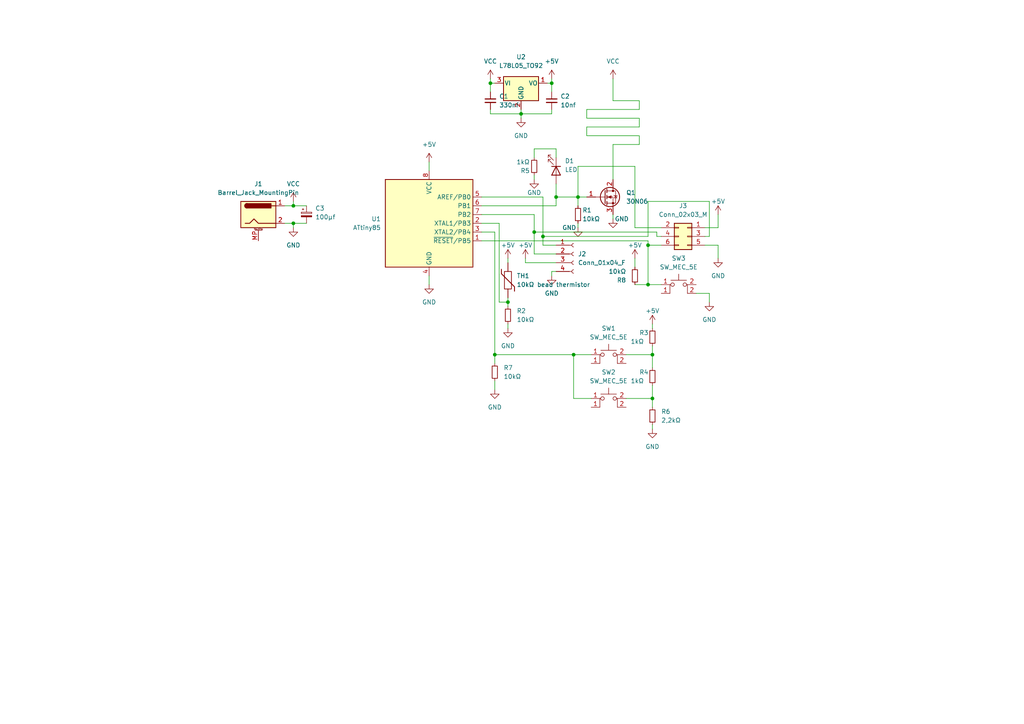
<source format=kicad_sch>
(kicad_sch (version 20211123) (generator eeschema)
  (paper "A4")
  (lib_symbols
    (symbol "Connector:Barrel_Jack_MountingPin" (pin_names hide)
      (property "Reference" "J" (at 0 5.334 0))
      (property "Value" "Barrel_Jack_MountingPin" (at 1.27 -6.35 0))
      (symbol "Barrel_Jack_MountingPin_0_1"
        (rectangle (start -5.08 3.81) (end 5.08 -3.81) (stroke (width 0.254)) (fill (type background)))
        (arc (start -3.302 3.175) (mid -3.937 2.54) (end -3.302 1.905) (stroke (width 0.254)))
        (arc (start -3.302 3.175) (mid -3.937 2.54) (end -3.302 1.905) (stroke (width 0.254)) (fill (type outline)))
        (polyline (pts (xy 5.08 2.54) (xy 3.81 2.54)) (stroke (width 0.254)))
        (polyline (pts (xy -3.81 -2.54) (xy -2.54 -2.54) (xy -1.27 -1.27) (xy 0 -2.54) (xy 2.54 -2.54) (xy 5.08 -2.54)) (stroke (width 0.254)))
        (rectangle (start 3.683 3.175) (end -3.302 1.905) (stroke (width 0.254)) (fill (type outline)))
      )
      (symbol "Barrel_Jack_MountingPin_1_1"
        (polyline (pts (xy -1.016 -4.572) (xy 1.016 -4.572)) (stroke (width 0.1524)))
        (text "Mounting" (at 0 -4.191 0) (effects (font (size 0.381 0.381))))
        (pin passive line (at 7.62 2.54 180) (length 2.54) (name "~") (number "1"))
        (pin passive line (at 7.62 -2.54 180) (length 2.54) (name "~") (number "2"))
        (pin passive line (at 0 -7.62 90) (length 3.048) (name "MountPin") (number "MP"))
      )
    )
    (symbol "Connector:Conn_01x04_Female" (pin_names (offset 1.016) hide)
      (property "Reference" "J" (at 0 5.08 0))
      (property "Value" "Conn_01x04_Female" (at 0 -7.62 0))
      (symbol "Conn_01x04_Female_1_1"
        (arc (start 0 -4.572) (mid -0.508 -5.08) (end 0 -5.588) (stroke (width 0.1524)))
        (arc (start 0 -2.032) (mid -0.508 -2.54) (end 0 -3.048) (stroke (width 0.1524)))
        (polyline (pts (xy -1.27 -5.08) (xy -0.508 -5.08)) (stroke (width 0.1524)))
        (polyline (pts (xy -1.27 -2.54) (xy -0.508 -2.54)) (stroke (width 0.1524)))
        (polyline (pts (xy -1.27 0) (xy -0.508 0)) (stroke (width 0.1524)))
        (polyline (pts (xy -1.27 2.54) (xy -0.508 2.54)) (stroke (width 0.1524)))
        (arc (start 0 0.508) (mid -0.508 0) (end 0 -0.508) (stroke (width 0.1524)))
        (arc (start 0 3.048) (mid -0.508 2.54) (end 0 2.032) (stroke (width 0.1524)))
        (pin passive line (at -5.08 2.54 0) (length 3.81) (name "Pin_1") (number "1"))
        (pin passive line (at -5.08 0 0) (length 3.81) (name "Pin_2") (number "2"))
        (pin passive line (at -5.08 -2.54 0) (length 3.81) (name "Pin_3") (number "3"))
        (pin passive line (at -5.08 -5.08 0) (length 3.81) (name "Pin_4") (number "4"))
      )
    )
    (symbol "Connector_Generic:Conn_02x03_Odd_Even" (pin_names (offset 1.016) hide)
      (property "Reference" "J3" (at 1.27 8.89 0))
      (property "Value" "Conn_02x03_M" (at 1.27 6.35 0))
      (symbol "Conn_02x03_Odd_Even_1_1"
        (rectangle (start -1.27 -2.413) (end 0 -2.667) (stroke (width 0.1524)))
        (rectangle (start -1.27 0.127) (end 0 -0.127) (stroke (width 0.1524)))
        (rectangle (start -1.27 2.667) (end 0 2.413) (stroke (width 0.1524)))
        (rectangle (start -1.27 3.81) (end 3.81 -3.81) (stroke (width 0.254)) (fill (type background)))
        (rectangle (start 3.81 -2.413) (end 2.54 -2.667) (stroke (width 0.1524)))
        (rectangle (start 3.81 0.127) (end 2.54 -0.127) (stroke (width 0.1524)))
        (rectangle (start 3.81 2.667) (end 2.54 2.413) (stroke (width 0.1524)))
        (pin passive line (at 7.62 2.54 180) (length 3.81) (name "Pin_1") (number "1"))
        (pin passive line (at -5.08 2.54 0) (length 3.81) (name "Pin_2") (number "2"))
        (pin passive line (at 7.62 0 180) (length 3.81) (name "Pin_3") (number "3"))
        (pin passive line (at -5.08 0 0) (length 3.81) (name "Pin_4") (number "4"))
        (pin passive line (at 7.62 -2.54 180) (length 3.81) (name "Pin_5") (number "5"))
        (pin passive line (at -5.08 -2.54 0) (length 3.81) (name "Pin_6") (number "6"))
      )
    )
    (symbol "Device:C_Polarized_Small" (pin_numbers hide) (pin_names (offset 0.254) hide)
      (property "Reference" "C" (at 0.254 1.778 0))
      (property "Value" "C_Polarized_Small" (at 0.254 -2.032 0))
      (symbol "C_Polarized_Small_0_1"
        (rectangle (start -1.524 -0.3048) (end 1.524 -0.6858) (fill (type outline)))
        (rectangle (start -1.524 0.6858) (end 1.524 0.3048))
        (polyline (pts (xy -1.27 1.524) (xy -0.762 1.524)))
        (polyline (pts (xy -1.016 1.27) (xy -1.016 1.778)))
      )
      (symbol "C_Polarized_Small_1_1"
        (pin passive line (at 0 2.54 270) (length 1.8542) (name "~") (number "1"))
        (pin passive line (at 0 -2.54 90) (length 1.8542) (name "~") (number "2"))
      )
    )
    (symbol "Device:C_Small" (pin_numbers hide) (pin_names (offset 0.254) hide)
      (property "Reference" "C" (at 0.254 1.778 0))
      (property "Value" "C_Small" (at 0.254 -2.032 0))
      (symbol "C_Small_0_1"
        (polyline (pts (xy -1.524 -0.508) (xy 1.524 -0.508)) (stroke (width 0.3302)))
        (polyline (pts (xy -1.524 0.508) (xy 1.524 0.508)) (stroke (width 0.3048)))
      )
      (symbol "C_Small_1_1"
        (pin passive line (at 0 2.54 270) (length 2.032) (name "~") (number "1"))
        (pin passive line (at 0 -2.54 90) (length 2.032) (name "~") (number "2"))
      )
    )
    (symbol "Device:LED" (pin_numbers hide) (pin_names (offset 1.016) hide)
      (property "Reference" "D" (at 0 2.54 0))
      (property "Value" "LED" (at 0 -2.54 0))
      (symbol "LED_0_1"
        (polyline (pts (xy -1.27 -1.27) (xy -1.27 1.27)) (stroke (width 0.254)))
        (polyline (pts (xy -1.27 0) (xy 1.27 0)))
        (polyline (pts (xy 1.27 -1.27) (xy 1.27 1.27) (xy -1.27 0) (xy 1.27 -1.27)) (stroke (width 0.254)))
        (polyline (pts (xy -3.048 -0.762) (xy -4.572 -2.286) (xy -3.81 -2.286) (xy -4.572 -2.286) (xy -4.572 -1.524)))
        (polyline (pts (xy -1.778 -0.762) (xy -3.302 -2.286) (xy -2.54 -2.286) (xy -3.302 -2.286) (xy -3.302 -1.524)))
      )
      (symbol "LED_1_1"
        (pin passive line (at -3.81 0 0) (length 2.54) (name "K") (number "1"))
        (pin passive line (at 3.81 0 180) (length 2.54) (name "A") (number "2"))
      )
    )
    (symbol "Device:Q_NMOS_GDS" (pin_names (offset 0) hide)
      (property "Reference" "Q" (at 5.08 1.27 0))
      (property "Value" "Q_NMOS_GDS" (at 5.08 -1.27 0))
      (symbol "Q_NMOS_GDS_0_1"
        (polyline (pts (xy 0.254 0) (xy -2.54 0)))
        (polyline (pts (xy 0.254 1.905) (xy 0.254 -1.905)) (stroke (width 0.254)))
        (polyline (pts (xy 0.762 -1.27) (xy 0.762 -2.286)) (stroke (width 0.254)))
        (polyline (pts (xy 0.762 0.508) (xy 0.762 -0.508)) (stroke (width 0.254)))
        (polyline (pts (xy 0.762 2.286) (xy 0.762 1.27)) (stroke (width 0.254)))
        (polyline (pts (xy 2.54 2.54) (xy 2.54 1.778)))
        (polyline (pts (xy 2.54 -2.54) (xy 2.54 0) (xy 0.762 0)))
        (polyline (pts (xy 0.762 -1.778) (xy 3.302 -1.778) (xy 3.302 1.778) (xy 0.762 1.778)))
        (polyline (pts (xy 1.016 0) (xy 2.032 0.381) (xy 2.032 -0.381) (xy 1.016 0)) (fill (type outline)))
        (polyline (pts (xy 2.794 0.508) (xy 2.921 0.381) (xy 3.683 0.381) (xy 3.81 0.254)))
        (polyline (pts (xy 3.302 0.381) (xy 2.921 -0.254) (xy 3.683 -0.254) (xy 3.302 0.381)))
        (circle (center 1.651 0) (radius 2.794) (stroke (width 0.254)))
        (circle (center 2.54 -1.778) (radius 0.254) (fill (type outline)))
        (circle (center 2.54 1.778) (radius 0.254) (fill (type outline)))
      )
      (symbol "Q_NMOS_GDS_1_1"
        (pin input line (at -5.08 0 0) (length 2.54) (name "G") (number "1"))
        (pin passive line (at 2.54 5.08 270) (length 2.54) (name "D") (number "2"))
        (pin passive line (at 2.54 -5.08 90) (length 2.54) (name "S") (number "3"))
      )
    )
    (symbol "Device:R_Small" (pin_numbers hide) (pin_names (offset 0.254) hide)
      (property "Reference" "R" (at 0.762 0.508 0))
      (property "Value" "R_Small" (at 0.762 -1.016 0))
      (symbol "R_Small_0_1"
        (rectangle (start -0.762 1.778) (end 0.762 -1.778) (stroke (width 0.2032)))
      )
      (symbol "R_Small_1_1"
        (pin passive line (at 0 2.54 270) (length 0.762) (name "~") (number "1"))
        (pin passive line (at 0 -2.54 90) (length 0.762) (name "~") (number "2"))
      )
    )
    (symbol "Device:Thermistor" (pin_numbers hide) (pin_names (offset 0))
      (property "Reference" "TH" (at 2.54 1.27 90))
      (property "Value" "Thermistor" (at -2.54 0 90))
      (symbol "Thermistor_0_1"
        (rectangle (start -1.016 2.54) (end 1.016 -2.54) (stroke (width 0.2032)))
        (polyline (pts (xy -1.905 3.175) (xy -1.905 1.905) (xy 1.905 -1.905) (xy 1.905 -3.175) (xy 1.905 -3.175)) (stroke (width 0.254)))
      )
      (symbol "Thermistor_1_1"
        (pin passive line (at 0 5.08 270) (length 2.54) (name "~") (number "1"))
        (pin passive line (at 0 -5.08 90) (length 2.54) (name "~") (number "2"))
      )
    )
    (symbol "MCU_Microchip_ATtiny:ATtiny85-20P"
      (property "Reference" "U" (at -12.7 13.97 0))
      (property "Value" "ATtiny85-20P" (at 2.54 -13.97 0))
      (symbol "ATtiny85-20P_0_1"
        (rectangle (start -12.7 -12.7) (end 12.7 12.7) (stroke (width 0.254)) (fill (type background)))
      )
      (symbol "ATtiny85-20P_1_1"
        (pin bidirectional line (at 15.24 -5.08 180) (length 2.54) (name "~{RESET}/PB5") (number "1"))
        (pin bidirectional line (at 15.24 0 180) (length 2.54) (name "XTAL1/PB3") (number "2"))
        (pin bidirectional line (at 15.24 -2.54 180) (length 2.54) (name "XTAL2/PB4") (number "3"))
        (pin power_in line (at 0 -15.24 90) (length 2.54) (name "GND") (number "4"))
        (pin bidirectional line (at 15.24 7.62 180) (length 2.54) (name "AREF/PB0") (number "5"))
        (pin bidirectional line (at 15.24 5.08 180) (length 2.54) (name "PB1") (number "6"))
        (pin bidirectional line (at 15.24 2.54 180) (length 2.54) (name "PB2") (number "7"))
        (pin power_in line (at 0 15.24 270) (length 2.54) (name "VCC") (number "8"))
      )
    )
    (symbol "Regulator_Linear:L78L05_TO92" (pin_names (offset 0.254))
      (property "Reference" "U" (at -3.81 3.175 0))
      (property "Value" "L78L05_TO92" (at 0 3.175 0))
      (symbol "L78L05_TO92_0_1"
        (rectangle (start -5.08 -5.08) (end 5.08 1.905) (stroke (width 0.254)) (fill (type background)))
      )
      (symbol "L78L05_TO92_1_1"
        (pin power_out line (at 7.62 0 180) (length 2.54) (name "VO") (number "1"))
        (pin power_in line (at 0 -7.62 90) (length 2.54) (name "GND") (number "2"))
        (pin power_in line (at -7.62 0 0) (length 2.54) (name "VI") (number "3"))
      )
    )
    (symbol "SW_MEC_5E_1" (pin_names (offset 1.016) hide)
      (property "Reference" "SW1" (at 0 10.16 0))
      (property "Value" "SW_MEC_5E_1" (at 0 7.62 0))
      (symbol "SW_MEC_5E_1_0_1"
        (circle (center -1.778 2.54) (radius 0.508))
        (polyline (pts (xy -2.286 3.81) (xy 2.286 3.81)))
        (polyline (pts (xy 0 3.81) (xy 0 5.588)))
        (polyline (pts (xy -2.54 0) (xy -2.54 2.54) (xy -2.286 2.54)))
        (polyline (pts (xy 2.54 0) (xy 2.54 2.54) (xy 2.286 2.54)))
        (circle (center 1.778 2.54) (radius 0.508))
        (pin passive line (at -5.08 0 0) (length 2.54) (name "1") (number "1"))
        (pin passive line (at -5.08 2.54 0) (length 2.54) (name "1") (number "1"))
        (pin passive line (at 5.08 0 180) (length 2.54) (name "2") (number "2"))
        (pin passive line (at 5.08 2.54 180) (length 2.54) (name "2") (number "2"))
      )
    )
    (symbol "Switch:SW_MEC_5E" (pin_names (offset 1.016) hide)
      (property "Reference" "SW2" (at 0 10.16 0))
      (property "Value" "SW_MEC_5E" (at 0 7.62 0))
      (symbol "SW_MEC_5E_0_1"
        (circle (center -1.778 2.54) (radius 0.508))
        (polyline (pts (xy -2.286 3.81) (xy 2.286 3.81)))
        (polyline (pts (xy 0 3.81) (xy 0 5.588)))
        (polyline (pts (xy -2.54 0) (xy -2.54 2.54) (xy -2.286 2.54)))
        (polyline (pts (xy 2.54 0) (xy 2.54 2.54) (xy 2.286 2.54)))
        (circle (center 1.778 2.54) (radius 0.508))
        (pin passive line (at -5.08 0 0) (length 2.54) (name "1") (number "1"))
        (pin passive line (at -5.08 2.54 0) (length 2.54) (name "1") (number "1"))
        (pin passive line (at 5.08 0 180) (length 2.54) (name "2") (number "2"))
        (pin passive line (at 5.08 2.54 180) (length 2.54) (name "2") (number "2"))
      )
    )
    (symbol "power:+5V" (power) (pin_names (offset 0))
      (property "Value" "+5V" (at 0 3.556 0))
      (symbol "+5V_0_1"
        (polyline (pts (xy -0.762 1.27) (xy 0 2.54)))
        (polyline (pts (xy 0 0) (xy 0 2.54)))
        (polyline (pts (xy 0 2.54) (xy 0.762 1.27)))
      )
      (symbol "+5V_1_1"
        (pin power_in line (at 0 0 90) (length 0) hide (name "+5V") (number "1"))
      )
    )
    (symbol "power:GND" (power) (pin_names (offset 0))
      (property "Value" "GND" (at 0 -3.81 0))
      (symbol "GND_0_1"
        (polyline (pts (xy 0 0) (xy 0 -1.27) (xy 1.27 -1.27) (xy 0 -2.54) (xy -1.27 -1.27) (xy 0 -1.27)))
      )
      (symbol "GND_1_1"
        (pin power_in line (at 0 0 270) (length 0) hide (name "GND") (number "1"))
      )
    )
    (symbol "power:VCC" (power) (pin_names (offset 0))
      (property "Value" "VCC" (at 0 3.81 0))
      (symbol "VCC_0_1"
        (polyline (pts (xy -0.762 1.27) (xy 0 2.54)))
        (polyline (pts (xy 0 0) (xy 0 2.54)))
        (polyline (pts (xy 0 2.54) (xy 0.762 1.27)))
      )
      (symbol "VCC_1_1"
        (pin power_in line (at 0 0 90) (length 0) hide (name "VCC") (number "1"))
      )
    )
  )
  (junction (at 166.37 102.87))
  (junction (at 142.24 24.13))
  (junction (at 157.48 68.58))
  (junction (at 147.32 87.63))
  (junction (at 189.23 115.57))
  (junction (at 187.96 82.55))
  (junction (at 151.13 33.02))
  (junction (at 154.94 67.31))
  (junction (at 85.09 64.77))
  (junction (at 187.96 71.12))
  (junction (at 167.64 57.15))
  (junction (at 143.51 102.87))
  (junction (at 189.23 102.87))
  (junction (at 160.02 24.13))
  (junction (at 161.29 57.15))
  (junction (at 85.09 59.69))
  (wire (pts (xy 190.5 68.58) (xy 190.5 67.31)))
  (wire (pts (xy 142.24 33.02) (xy 151.13 33.02)))
  (wire (pts (xy 152.4 76.2) (xy 152.4 74.93)))
  (wire (pts (xy 144.78 64.77) (xy 139.7 64.77)))
  (wire (pts (xy 205.74 58.42) (xy 205.74 68.58)))
  (wire (pts (xy 167.64 48.26) (xy 167.64 57.15)))
  (wire (pts (xy 161.29 57.15) (xy 161.29 59.69)))
  (wire (pts (xy 205.74 85.09) (xy 205.74 87.63)))
  (wire (pts (xy 124.46 80.01) (xy 124.46 82.55)))
  (wire (pts (xy 185.42 36.83) (xy 170.18 36.83)))
  (wire (pts (xy 189.23 115.57) (xy 189.23 118.11)))
  (wire (pts (xy 191.77 66.04) (xy 184.15 66.04)))
  (wire (pts (xy 161.29 73.66) (xy 154.94 73.66)))
  (wire (pts (xy 189.23 111.76) (xy 189.23 115.57)))
  (wire (pts (xy 170.18 31.75) (xy 170.18 34.29)))
  (wire (pts (xy 85.09 59.69) (xy 85.09 58.42)))
  (wire (pts (xy 205.74 68.58) (xy 204.47 68.58)))
  (wire (pts (xy 187.96 68.58) (xy 187.96 58.42)))
  (wire (pts (xy 161.29 59.69) (xy 139.7 59.69)))
  (wire (pts (xy 167.64 57.15) (xy 161.29 57.15)))
  (wire (pts (xy 170.18 36.83) (xy 170.18 39.37)))
  (wire (pts (xy 208.28 71.12) (xy 208.28 74.93)))
  (wire (pts (xy 157.48 68.58) (xy 187.96 68.58)))
  (wire (pts (xy 181.61 115.57) (xy 189.23 115.57)))
  (wire (pts (xy 204.47 66.04) (xy 208.28 66.04)))
  (wire (pts (xy 184.15 74.93) (xy 184.15 77.47)))
  (wire (pts (xy 177.8 29.21) (xy 185.42 29.21)))
  (wire (pts (xy 154.94 62.23) (xy 139.7 62.23)))
  (wire (pts (xy 187.96 71.12) (xy 187.96 82.55)))
  (wire (pts (xy 189.23 93.98) (xy 189.23 95.25)))
  (wire (pts (xy 147.32 87.63) (xy 147.32 88.9)))
  (wire (pts (xy 85.09 59.69) (xy 88.9 59.69)))
  (wire (pts (xy 189.23 123.19) (xy 189.23 124.46)))
  (wire (pts (xy 161.29 71.12) (xy 157.48 71.12)))
  (wire (pts (xy 170.18 39.37) (xy 185.42 39.37)))
  (wire (pts (xy 144.78 87.63) (xy 147.32 87.63)))
  (wire (pts (xy 185.42 31.75) (xy 170.18 31.75)))
  (wire (pts (xy 154.94 43.18) (xy 161.29 43.18)))
  (wire (pts (xy 185.42 34.29) (xy 185.42 36.83)))
  (wire (pts (xy 185.42 29.21) (xy 185.42 31.75)))
  (wire (pts (xy 189.23 102.87) (xy 189.23 106.68)))
  (wire (pts (xy 160.02 24.13) (xy 160.02 26.67)))
  (wire (pts (xy 191.77 68.58) (xy 190.5 68.58)))
  (wire (pts (xy 85.09 64.77) (xy 88.9 64.77)))
  (wire (pts (xy 143.51 102.87) (xy 143.51 105.41)))
  (wire (pts (xy 187.96 71.12) (xy 191.77 71.12)))
  (wire (pts (xy 167.64 57.15) (xy 167.64 59.69)))
  (wire (pts (xy 181.61 102.87) (xy 189.23 102.87)))
  (wire (pts (xy 171.45 115.57) (xy 166.37 115.57)))
  (wire (pts (xy 185.42 41.91) (xy 177.8 41.91)))
  (wire (pts (xy 187.96 58.42) (xy 205.74 58.42)))
  (wire (pts (xy 177.8 62.23) (xy 177.8 63.5)))
  (wire (pts (xy 204.47 71.12) (xy 208.28 71.12)))
  (wire (pts (xy 184.15 66.04) (xy 184.15 48.26)))
  (wire (pts (xy 143.51 102.87) (xy 166.37 102.87)))
  (wire (pts (xy 154.94 67.31) (xy 154.94 62.23)))
  (wire (pts (xy 208.28 66.04) (xy 208.28 62.23)))
  (wire (pts (xy 161.29 43.18) (xy 161.29 45.72)))
  (wire (pts (xy 157.48 71.12) (xy 157.48 68.58)))
  (wire (pts (xy 189.23 100.33) (xy 189.23 102.87)))
  (wire (pts (xy 177.8 22.86) (xy 177.8 29.21)))
  (wire (pts (xy 166.37 115.57) (xy 166.37 102.87)))
  (wire (pts (xy 154.94 45.72) (xy 154.94 43.18)))
  (wire (pts (xy 170.18 34.29) (xy 185.42 34.29)))
  (wire (pts (xy 139.7 69.85) (xy 187.96 69.85)))
  (wire (pts (xy 158.75 24.13) (xy 160.02 24.13)))
  (wire (pts (xy 144.78 64.77) (xy 144.78 87.63)))
  (wire (pts (xy 187.96 69.85) (xy 187.96 71.12)))
  (wire (pts (xy 160.02 31.75) (xy 160.02 33.02)))
  (wire (pts (xy 201.93 85.09) (xy 205.74 85.09)))
  (wire (pts (xy 170.18 57.15) (xy 167.64 57.15)))
  (wire (pts (xy 177.8 41.91) (xy 177.8 52.07)))
  (wire (pts (xy 160.02 80.01) (xy 160.02 78.74)))
  (wire (pts (xy 157.48 68.58) (xy 157.48 57.15)))
  (wire (pts (xy 154.94 73.66) (xy 154.94 67.31)))
  (wire (pts (xy 190.5 67.31) (xy 154.94 67.31)))
  (wire (pts (xy 184.15 48.26) (xy 167.64 48.26)))
  (wire (pts (xy 184.15 82.55) (xy 187.96 82.55)))
  (wire (pts (xy 82.55 59.69) (xy 85.09 59.69)))
  (wire (pts (xy 147.32 86.36) (xy 147.32 87.63)))
  (wire (pts (xy 167.64 64.77) (xy 167.64 66.04)))
  (wire (pts (xy 161.29 76.2) (xy 152.4 76.2)))
  (wire (pts (xy 154.94 50.8) (xy 154.94 52.07)))
  (wire (pts (xy 143.51 67.31) (xy 139.7 67.31)))
  (wire (pts (xy 160.02 78.74) (xy 161.29 78.74)))
  (wire (pts (xy 160.02 24.13) (xy 160.02 22.86)))
  (wire (pts (xy 147.32 93.98) (xy 147.32 95.25)))
  (wire (pts (xy 143.51 110.49) (xy 143.51 113.03)))
  (wire (pts (xy 151.13 31.75) (xy 151.13 33.02)))
  (wire (pts (xy 142.24 24.13) (xy 142.24 22.86)))
  (wire (pts (xy 157.48 57.15) (xy 139.7 57.15)))
  (wire (pts (xy 85.09 64.77) (xy 85.09 66.04)))
  (wire (pts (xy 143.51 24.13) (xy 142.24 24.13)))
  (wire (pts (xy 166.37 102.87) (xy 171.45 102.87)))
  (wire (pts (xy 187.96 82.55) (xy 191.77 82.55)))
  (wire (pts (xy 143.51 67.31) (xy 143.51 102.87)))
  (wire (pts (xy 124.46 46.99) (xy 124.46 49.53)))
  (wire (pts (xy 160.02 33.02) (xy 151.13 33.02)))
  (wire (pts (xy 185.42 39.37) (xy 185.42 41.91)))
  (wire (pts (xy 142.24 24.13) (xy 142.24 26.67)))
  (wire (pts (xy 147.32 74.93) (xy 147.32 76.2)))
  (wire (pts (xy 161.29 53.34) (xy 161.29 57.15)))
  (wire (pts (xy 142.24 31.75) (xy 142.24 33.02)))
  (wire (pts (xy 151.13 33.02) (xy 151.13 34.29)))
  (wire (pts (xy 82.55 64.77) (xy 85.09 64.77)))
  (symbol (lib_id "Device:R_Small") (at 167.64 62.23 0) (unit 1)
    (property "Reference" "R1" (at 168.91 60.96 0) (effects (justify left)))
    (property "Value" "10kΩ" (at 168.91 63.5 0) (effects (justify left)))
    (property "Footprint" "Resistor_THT:R_Axial_DIN0207_L6.3mm_D2.5mm_P7.62mm_Horizontal" (effects hide))
  )
  (symbol (lib_id "power:GND") (at 189.23 124.46 0) (unit 1)
    (property "Reference" "#PWR0113" (effects hide))
    (property "Value" "GND" (at 189.23 129.54 0))
  )
  (symbol (lib_id "Device:R_Small") (at 189.23 109.22 0) (unit 1)
    (property "Reference" "R4" (at 185.42 107.95 0) (effects (justify left)))
    (property "Value" "1kΩ" (at 182.88 110.49 0) (effects (justify left)))
    (property "Footprint" "Resistor_THT:R_Axial_DIN0207_L6.3mm_D2.5mm_P7.62mm_Horizontal" (effects hide))
  )
  (symbol (lib_id "Switch:SW_MEC_5E") (at 196.85 85.09 0) (unit 1)
    (property "Reference" "SW3" (at 196.85 74.93 0))
    (property "Value" "SW_MEC_5E" (at 196.85 77.47 0))
    (property "Footprint" "Button_Switch_THT:SW_PUSH_6mm_H4.3mm" (effects hide))
    (property "Datasheet" "http://www.apem.com/int/index.php?controller=attachment&id_attachment=1371" (effects hide))
  )
  (symbol (lib_id "power:+5V") (at 160.02 22.86 0) (unit 1)
    (property "Reference" "#PWR0108" (effects hide))
    (property "Value" "+5V" (at 160.02 17.78 0))
  )
  (symbol (lib_id "power:GND") (at 167.64 66.04 0) (unit 1)
    (property "Reference" "#PWR0117" (effects hide))
    (property "Value" "GND" (at 165.1 66.04 0))
  )
  (symbol (lib_id "MCU_Microchip_ATtiny:ATtiny85-20P") (at 124.46 64.77 0) (unit 1)
    (property "Reference" "U1" (at 110.49 63.4999 0) (effects (justify right)))
    (property "Value" "ATtiny85" (at 110.49 66.0399 0) (effects (justify right)))
    (property "Footprint" "Package_DIP:DIP-8_W7.62mm" (effects hide))
    (property "Datasheet" "http://ww1.microchip.com/downloads/en/DeviceDoc/atmel-2586-avr-8-bit-microcontroller-attiny25-attiny45-attiny85_datasheet.pdf" (effects hide))
  )
  (symbol (lib_id "power:GND") (at 154.94 52.07 0) (unit 1)
    (property "Reference" "#PWR0110" (effects hide))
    (property "Value" "GND" (at 154.94 55.88 0))
  )
  (symbol (lib_id "power:GND") (at 151.13 34.29 0) (unit 1)
    (property "Reference" "#PWR0109" (effects hide))
    (property "Value" "GND" (at 151.13 39.37 0))
  )
  (symbol (lib_id "Device:C_Polarized_Small") (at 88.9 62.23 0) (unit 1)
    (property "Reference" "C3" (at 91.44 60.4138 0) (effects (justify left)))
    (property "Value" "100µf" (at 91.44 62.9538 0) (effects (justify left)))
    (property "Footprint" "Capacitor_THT:CP_Radial_D6.3mm_P2.50mm" (effects hide))
  )
  (symbol (lib_id "power:GND") (at 160.02 80.01 0) (unit 1)
    (property "Reference" "#PWR0114" (effects hide))
    (property "Value" "GND" (at 160.02 85.09 0))
  )
  (symbol (lib_id "Connector:Barrel_Jack_MountingPin") (at 74.93 62.23 0) (unit 1)
    (property "Reference" "J1" (at 74.93 53.34 0))
    (property "Value" "Barrel_Jack_MountingPin" (at 74.93 55.88 0))
    (property "Footprint" "Connector_BarrelJack:BarrelJack_Horizontal" (effects hide))
  )
  (symbol (lib_id "power:+5V") (at 124.46 46.99 0) (unit 1)
    (property "Reference" "#PWR0101" (effects hide))
    (property "Value" "+5V" (at 124.46 41.91 0))
  )
  (symbol (lib_id "power:+5V") (at 147.32 74.93 0) (unit 1)
    (property "Reference" "#PWR0104" (effects hide))
    (property "Value" "+5V" (at 147.32 71.12 0))
  )
  (symbol (lib_id "power:GND") (at 85.09 66.04 0) (unit 1)
    (property "Reference" "#PWR0103" (effects hide))
    (property "Value" "GND" (at 85.09 71.12 0))
  )
  (symbol (lib_id "power:VCC") (at 177.8 22.86 0) (unit 1)
    (property "Reference" "#PWR0106" (effects hide))
    (property "Value" "VCC" (at 177.8 17.78 0))
  )
  (symbol (lib_id "Device:LED") (at 161.29 49.53 270) (unit 1)
    (property "Reference" "D1" (at 163.83 46.6724 90) (effects (justify left)))
    (property "Value" "LED" (at 163.83 49.2124 90) (effects (justify left)))
    (property "Footprint" "LED_THT:LED_D3.0mm" (effects hide))
  )
  (symbol (lib_id "Device:R_Small") (at 154.94 48.26 180) (unit 1)
    (property "Reference" "R5" (at 153.67 49.53 0) (effects (justify left)))
    (property "Value" "1kΩ" (at 153.67 46.99 0) (effects (justify left)))
    (property "Footprint" "Resistor_THT:R_Axial_DIN0207_L6.3mm_D2.5mm_P7.62mm_Horizontal" (effects hide))
  )
  (symbol (lib_id "power:GND") (at 124.46 82.55 0) (unit 1)
    (property "Reference" "#PWR0105" (effects hide))
    (property "Value" "GND" (at 124.46 87.63 0))
  )
  (symbol (lib_id "power:+5V") (at 189.23 93.98 0) (unit 1)
    (property "Reference" "#PWR0112" (effects hide))
    (property "Value" "+5V" (at 189.23 90.17 0))
  )
  (symbol (lib_id "power:GND") (at 208.28 74.93 0) (unit 1)
    (property "Reference" "#PWR0111" (effects hide))
    (property "Value" "GND" (at 208.28 80.01 0))
  )
  (symbol (lib_id "Device:C_Small") (at 142.24 29.21 0) (unit 1)
    (property "Reference" "C1" (at 144.78 27.9462 0) (effects (justify left)))
    (property "Value" "330nf" (at 144.78 30.4862 0) (effects (justify left)))
    (property "Footprint" "Capacitor_THT:C_Disc_D5.0mm_W2.5mm_P2.50mm" (effects hide))
  )
  (symbol (lib_id "Device:C_Small") (at 160.02 29.21 0) (unit 1)
    (property "Reference" "C2" (at 162.56 27.9462 0) (effects (justify left)))
    (property "Value" "10nf" (at 162.56 30.4862 0) (effects (justify left)))
    (property "Footprint" "Capacitor_THT:C_Disc_D5.0mm_W2.5mm_P2.50mm" (effects hide))
  )
  (symbol (lib_id "Connector_Generic:Conn_02x03_Odd_Even") (at 196.85 68.58 0) (unit 1)
    (property "Reference" "J3" (at 198.12 59.69 0))
    (property "Value" "Conn_02x03_M" (at 198.12 62.23 0))
    (property "Footprint" "Connector_PinHeader_2.54mm:PinHeader_2x03_P2.54mm_Vertical" (effects hide))
  )
  (symbol (lib_id "Regulator_Linear:L78L05_TO92") (at 151.13 24.13 0) (unit 1)
    (property "Reference" "U2" (at 151.13 16.51 0))
    (property "Value" "L78L05_TO92" (at 151.13 19.05 0))
    (property "Footprint" "Package_TO_SOT_THT:TO-92_Wide" (effects hide))
    (property "Datasheet" "http://www.st.com/content/ccc/resource/technical/document/datasheet/15/55/e5/aa/23/5b/43/fd/CD00000446.pdf/files/CD00000446.pdf/jcr:content/translations/en.CD00000446.pdf" (effects hide))
  )
  (symbol (lib_id "power:GND") (at 177.8 63.5 0) (unit 1)
    (property "Reference" "#PWR0119" (effects hide))
    (property "Value" "GND" (at 180.34 63.5 0))
  )
  (symbol (lib_id "Device:R_Small") (at 147.32 91.44 0) (unit 1)
    (property "Reference" "R2" (at 149.86 90.1699 0) (effects (justify left)))
    (property "Value" "10kΩ" (at 149.86 92.7099 0) (effects (justify left)))
    (property "Footprint" "Resistor_THT:R_Axial_DIN0207_L6.3mm_D2.5mm_P7.62mm_Horizontal" (effects hide))
  )
  (symbol (lib_id "Connector:Conn_01x04_Female") (at 166.37 73.66 0) (unit 1)
    (property "Reference" "J2" (at 167.64 73.6599 0) (effects (justify left)))
    (property "Value" "Conn_01x04_F" (at 167.64 76.1999 0) (effects (justify left)))
    (property "Footprint" "Connector_PinSocket_2.54mm:PinSocket_1x04_P2.54mm_Vertical" (effects hide))
  )
  (symbol (lib_id "power:GND") (at 147.32 95.25 0) (unit 1)
    (property "Reference" "#PWR0116" (effects hide))
    (property "Value" "GND" (at 147.32 100.33 0))
  )
  (symbol (lib_id "Device:R_Small") (at 143.51 107.95 0) (unit 1)
    (property "Reference" "R7" (at 146.05 106.6799 0) (effects (justify left)))
    (property "Value" "10kΩ" (at 146.05 109.2199 0) (effects (justify left)))
    (property "Footprint" "Resistor_THT:R_Axial_DIN0207_L6.3mm_D2.5mm_P7.62mm_Horizontal" (effects hide))
  )
  (symbol (lib_name "SW_MEC_5E_1") (lib_id "Switch:SW_MEC_5E") (at 176.53 105.41 0) (unit 1)
    (property "Reference" "SW1" (at 176.53 95.25 0))
    (property "Value" "SW_MEC_5E" (at 176.53 97.79 0))
    (property "Footprint" "Button_Switch_THT:SW_PUSH_6mm_H4.3mm" (effects hide))
    (property "Datasheet" "http://www.apem.com/int/index.php?controller=attachment&id_attachment=1371" (effects hide))
  )
  (symbol (lib_id "Switch:SW_MEC_5E") (at 176.53 118.11 0) (unit 1)
    (property "Reference" "SW2" (at 176.53 107.95 0))
    (property "Value" "SW_MEC_5E" (at 176.53 110.49 0))
    (property "Footprint" "Button_Switch_THT:SW_PUSH_6mm_H4.3mm" (effects hide))
    (property "Datasheet" "http://www.apem.com/int/index.php?controller=attachment&id_attachment=1371" (effects hide))
  )
  (symbol (lib_id "power:+5V") (at 184.15 74.93 0) (unit 1)
    (property "Reference" "#PWR0122" (effects hide))
    (property "Value" "+5V" (at 184.15 71.12 0))
  )
  (symbol (lib_id "power:+5V") (at 208.28 62.23 0) (unit 1)
    (property "Reference" "#PWR0118" (effects hide))
    (property "Value" "+5V" (at 208.28 58.42 0))
  )
  (symbol (lib_id "Device:R_Small") (at 189.23 120.65 0) (unit 1)
    (property "Reference" "R6" (at 191.77 119.3799 0) (effects (justify left)))
    (property "Value" "2,2kΩ" (at 191.77 121.9199 0) (effects (justify left)))
    (property "Footprint" "Resistor_THT:R_Axial_DIN0207_L6.3mm_D2.5mm_P7.62mm_Horizontal" (effects hide))
  )
  (symbol (lib_id "Device:R_Small") (at 184.15 80.01 180) (unit 1)
    (property "Reference" "R8" (at 181.61 81.2801 0) (effects (justify left)))
    (property "Value" "10kΩ" (at 181.61 78.7401 0) (effects (justify left)))
    (property "Footprint" "Resistor_THT:R_Axial_DIN0207_L6.3mm_D2.5mm_P7.62mm_Horizontal" (effects hide))
  )
  (symbol (lib_id "power:VCC") (at 142.24 22.86 0) (unit 1)
    (property "Reference" "#PWR0107" (effects hide))
    (property "Value" "VCC" (at 142.24 17.78 0))
  )
  (symbol (lib_id "Device:R_Small") (at 189.23 97.79 0) (unit 1)
    (property "Reference" "R3" (at 185.42 96.52 0) (effects (justify left)))
    (property "Value" "1kΩ" (at 182.88 99.06 0) (effects (justify left)))
    (property "Footprint" "Resistor_THT:R_Axial_DIN0207_L6.3mm_D2.5mm_P7.62mm_Horizontal" (effects hide))
  )
  (symbol (lib_id "power:VCC") (at 85.09 58.42 0) (unit 1)
    (property "Reference" "#PWR0102" (effects hide))
    (property "Value" "VCC" (at 85.09 53.34 0))
  )
  (symbol (lib_id "Device:Q_NMOS_GDS") (at 175.26 57.15 0) (unit 1)
    (property "Reference" "Q1" (at 181.61 55.8799 0) (effects (justify left)))
    (property "Value" "30N06" (at 181.61 58.4199 0) (effects (justify left)))
    (property "Footprint" "Package_TO_SOT_THT:TO-220F-3_Vertical" (effects hide))
  )
  (symbol (lib_id "Device:Thermistor") (at 147.32 81.28 0) (unit 1)
    (property "Reference" "TH1" (at 149.86 80.01 0) (effects (justify left)))
    (property "Value" "10kΩ bead thermistor" (at 149.86 82.55 0) (effects (justify left)))
    (property "Footprint" "Resistor_THT:R_Axial_DIN0204_L3.6mm_D1.6mm_P2.54mm_Vertical" (effects hide))
  )
  (symbol (lib_id "power:GND") (at 205.74 87.63 0) (unit 1)
    (property "Reference" "#PWR0121" (effects hide))
    (property "Value" "GND" (at 205.74 92.71 0))
  )
  (symbol (lib_id "power:GND") (at 143.51 113.03 0) (unit 1)
    (property "Reference" "#PWR0120" (effects hide))
    (property "Value" "GND" (at 143.51 118.11 0))
  )
  (symbol (lib_id "power:+5V") (at 152.4 74.93 0) (unit 1)
    (property "Reference" "#PWR0115" (effects hide))
    (property "Value" "+5V" (at 152.4 71.12 0))
  )
)
</source>
